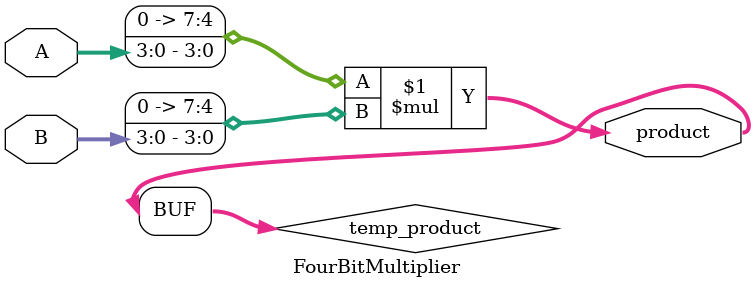
<source format=v>
module FourBitMultiplier (
  input [3:0] A,
  input [3:0] B,
  output [7:0] product
);
    wire [7:0] temp_product;
  assign temp_product = {4'b0, A} * {4'b0, B};
  assign product = temp_product[7:0];

endmodule

</source>
